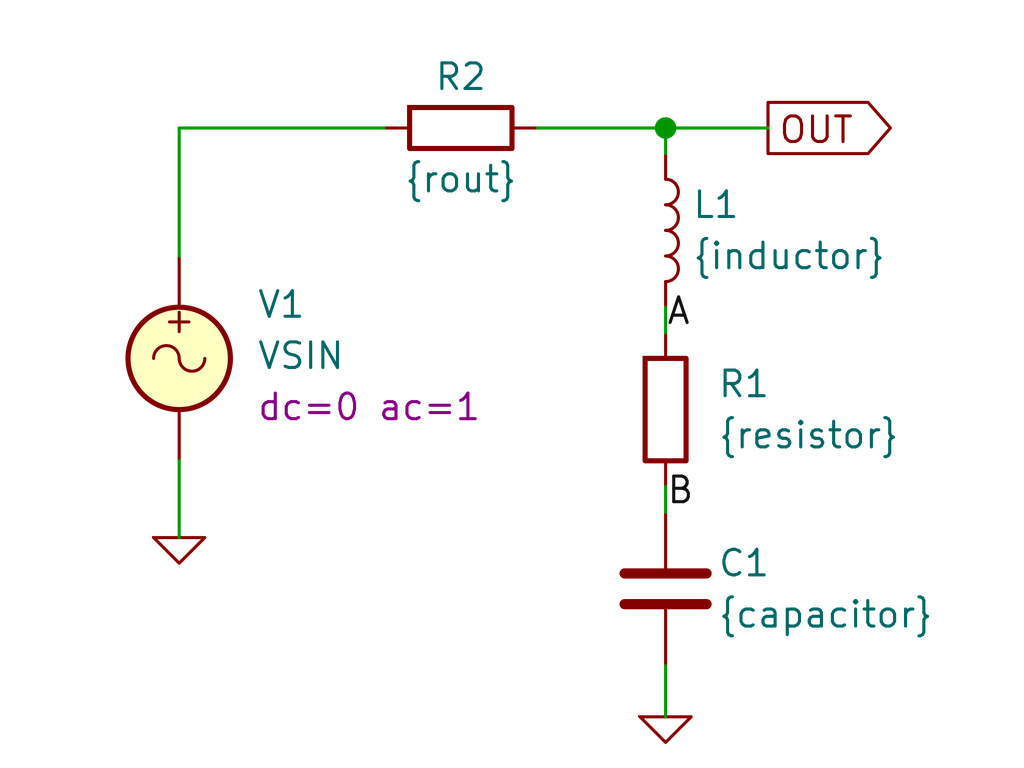
<source format=kicad_sch>
(kicad_sch (version 20250114) (generator "eeschema") (generator_version "9.0")
  (paper "User" 50.8 38.1)
  (lib_symbols
    (symbol "0_1" (power) (pin_numbers (hide yes)) (pin_names (offset 0) (hide yes))
      (property "Value" "0" (at 0 -2.54 0))
      (symbol "0_1_0_1"
        (polyline (pts (xy -1.27 0) (xy 0 -1.27) (xy 1.27 0) (xy -1.27 0)))
      )
      (symbol "0_1_1_1"
        (pin power_in line (at 0 0 0) (length 0) (name "~") (number "1"))
      )
    )
    (symbol "Device:C" (pin_numbers (hide yes)) (pin_names (offset 0.254))
      (property "Reference" "C" (at 0.635 2.54 0))
      (property "Value" "C" (at 0.635 -2.54 0))
      (symbol "C_0_1"
        (polyline (pts (xy -2.032 0.762) (xy 2.032 0.762)) (stroke (width 0.508)))
        (polyline (pts (xy -2.032 -0.762) (xy 2.032 -0.762)) (stroke (width 0.508)))
      )
      (symbol "C_1_1"
        (pin passive line (at 0 3.81 270) (length 2.794) (name "~") (number "1"))
        (pin passive line (at 0 -3.81 90) (length 2.794) (name "~") (number "2"))
      )
    )
    (symbol "Device:L" (pin_numbers (hide yes)) (pin_names (offset 1.016) (hide yes))
      (property "Reference" "L" (at -1.27 0 90))
      (property "Value" "L" (at 1.905 0 90))
      (symbol "L_0_1"
        (arc (start 0 2.54) (mid 0.6323 1.905) (end 0 1.27))
        (arc (start 0 1.27) (mid 0.6323 0.635) (end 0 0))
        (arc (start 0 0) (mid 0.6323 -0.635) (end 0 -1.27))
        (arc (start 0 -1.27) (mid 0.6323 -1.905) (end 0 -2.54))
      )
      (symbol "L_1_1"
        (pin passive line (at 0 3.81 270) (length 1.27) (name "1") (number "1"))
        (pin passive line (at 0 -3.81 90) (length 1.27) (name "2") (number "2"))
      )
    )
    (symbol "Device:R" (pin_numbers (hide yes)) (pin_names (offset 0))
      (property "Reference" "R" (at 2.032 0 90))
      (property "Value" "R" (at 0 0 90))
      (symbol "R_0_1"
        (rectangle (start -1.016 -2.54) (end 1.016 2.54) (stroke (width 0.254)))
      )
      (symbol "R_1_1"
        (pin passive line (at 0 3.81 270) (length 1.27) (name "~") (number "1"))
        (pin passive line (at 0 -3.81 90) (length 1.27) (name "~") (number "2"))
      )
    )
    (symbol "Simulation_SPICE:0" (power) (pin_numbers (hide yes)) (pin_names (offset 0) (hide yes))
      (property "Value" "0" (at 0 -2.54 0))
      (symbol "0_0_1"
        (polyline (pts (xy -1.27 0) (xy 0 -1.27) (xy 1.27 0) (xy -1.27 0)))
      )
      (symbol "0_1_1"
        (pin power_in line (at 0 0 0) (length 0) (name "~") (number "1"))
      )
    )
    (symbol "Simulation_SPICE:VSIN" (pin_numbers (hide yes)) (pin_names (offset 0.0254))
      (property "Reference" "V" (at 2.54 2.54 0))
      (property "Value" "VSIN" (at 2.54 0 0))
      (property "Sim.Params" "dc=0 ampl=1 f=1k ac=1" (at 2.54 -2.54 0))
      (symbol "VSIN_0_0"
        (arc (start -1.27 0) (mid -0.635 0.6323) (end 0 0))
        (arc (start 1.27 0) (mid 0.635 -0.6323) (end 0 0))
        (text "+" (at 0 1.905 0) (effects (font (size 1.27 1.27))))
      )
      (symbol "VSIN_0_1"
        (circle (center 0 0) (radius 2.54) (stroke (width 0.254)) (fill (type background)))
      )
      (symbol "VSIN_1_1"
        (pin passive line (at 0 5.08 270) (length 2.54) (name "~") (number "1"))
        (pin passive line (at 0 -5.08 90) (length 2.54) (name "~") (number "2"))
      )
    )
  )
  (junction (at 33.02 6.35))
  (wire (pts (xy 33.02 33.02) (xy 33.02 35.56)))
  (wire (pts (xy 19.05 6.35) (xy 8.89 6.35)))
  (wire (pts (xy 33.02 6.35) (xy 33.02 7.62)))
  (wire (pts (xy 26.67 6.35) (xy 33.02 6.35)))
  (wire (pts (xy 33.02 6.35) (xy 38.1 6.35)))
  (wire (pts (xy 33.02 15.24) (xy 33.02 16.51)))
  (wire (pts (xy 8.89 6.35) (xy 8.89 12.7)))
  (wire (pts (xy 8.89 22.86) (xy 8.89 26.67)))
  (wire (pts (xy 33.02 24.13) (xy 33.02 25.4)))
  (label "A" (at 33.02 16.51 0))
  (label "B" (at 33.02 25.4 0))
  (global_label "OUT" (shape output) (at 38.1 6.35 0) (property "Intersheetrefs" "${INTERSHEET_REFS}" (effects (hide yes))))
  (symbol (lib_id "Device:L") (at 33.02 11.43 0) (unit 1)
    (property "Reference" "L1" (at 34.29 10.1599 0) (effects (justify left)))
    (property "Value" "{inductor}" (at 34.29 12.6999 0) (effects (justify left)))
    (property "Description" "Inductor" (effects (hide yes)))
  )
  (symbol (lib_name "0_1") (lib_id "Simulation_SPICE:0") (at 33.02 35.56 0) (unit 1)
    (property "Reference" "#GND02" (effects (hide yes)))
    (property "Value" "0" (effects (hide yes)))
    (property "Datasheet" "https://ngspice.sourceforge.io/docs/ngspice-html-manual/manual.xhtml#subsec_Circuit_elements__device" (effects (hide yes)))
    (property "Description" "0V reference potential for simulation" (effects (hide yes)))
  )
  (symbol (lib_id "Simulation_SPICE:VSIN") (at 8.89 17.78 0) (unit 1)
    (property "Reference" "V1" (at 12.7 15.1101 0) (effects (justify left)))
    (property "Value" "VSIN" (at 12.7 17.6501 0) (effects (justify left)))
    (property "Datasheet" "https://ngspice.sourceforge.io/docs/ngspice-html-manual/manual.xhtml#sec_Independent_Sources_for" (effects (hide yes)))
    (property "Description" "Voltage source, sinusoidal" (effects (hide yes)))
    (property "Sim.Pins" "1=+ 2=-" (effects (hide yes)))
    (property "Sim.Params" "dc=0 ac=1" (at 12.7 20.1901 0) (effects (justify left)))
    (property "Sim.Type" "SIN" (effects (hide yes)))
    (property "Sim.Device" "V" (effects (hide yes)))
  )
  (symbol (lib_id "Device:R") (at 33.02 20.32 0) (unit 1)
    (property "Reference" "R1" (at 35.56 19.05 0) (effects (justify left)))
    (property "Value" "{resistor}" (at 35.56 21.59 0) (effects (justify left)))
    (property "Description" "Resistor" (effects (hide yes)))
  )
  (symbol (lib_id "Device:C") (at 33.02 29.21 0) (unit 1)
    (property "Reference" "C1" (at 35.56 27.94 0) (effects (justify left)))
    (property "Value" "{capacitor}" (at 35.56 30.48 0) (effects (justify left)))
    (property "Description" "Unpolarized capacitor" (effects (hide yes)))
  )
  (symbol (lib_id "Simulation_SPICE:0") (at 8.89 26.67 0) (unit 1)
    (property "Reference" "#GND01" (effects (hide yes)))
    (property "Value" "0" (effects (hide yes)))
    (property "Datasheet" "https://ngspice.sourceforge.io/docs/ngspice-html-manual/manual.xhtml#subsec_Circuit_elements__device" (effects (hide yes)))
    (property "Description" "0V reference potential for simulation" (effects (hide yes)))
  )
  (symbol (lib_id "Device:R") (at 22.86 6.35 90) (unit 1)
    (property "Reference" "R2" (at 22.86 3.81 90))
    (property "Value" "{rout}" (at 22.86 8.89 90))
    (property "Description" "Resistor" (effects (hide yes)))
  )
)
</source>
